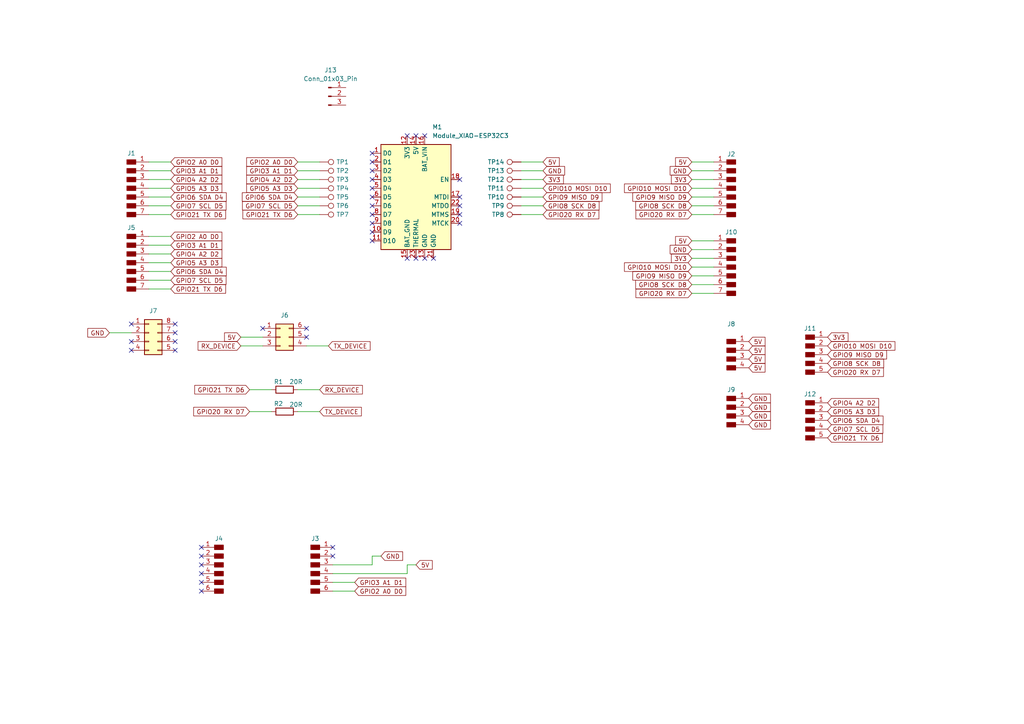
<source format=kicad_sch>
(kicad_sch (version 20231120) (generator "eeschema") (generator_version "8.0")
  (paper "A4")
  (lib_symbols
    (symbol "Connector:Conn_01x03_Pin" (pin_names (offset 1.016) hide)
      (property "Reference" "J" (at 0 5.08 0))
      (property "Value" "Conn_01x03_Pin" (at 0 -5.08 0))
      (symbol "Conn_01x03_Pin_1_1"
        (polyline (pts (xy 1.27 -2.54) (xy 0.8636 -2.54)) (stroke (width 0.1524)))
        (polyline (pts (xy 1.27 0) (xy 0.8636 0)) (stroke (width 0.1524)))
        (polyline (pts (xy 1.27 2.54) (xy 0.8636 2.54)) (stroke (width 0.1524)))
        (rectangle (start 0.8636 -2.413) (end 0 -2.667) (stroke (width 0.1524)) (fill (type outline)))
        (rectangle (start 0.8636 0.127) (end 0 -0.127) (stroke (width 0.1524)) (fill (type outline)))
        (rectangle (start 0.8636 2.667) (end 0 2.413) (stroke (width 0.1524)) (fill (type outline)))
        (pin passive line (at 5.08 2.54 180) (length 3.81) (name "Pin_1") (number "1"))
        (pin passive line (at 5.08 0 180) (length 3.81) (name "Pin_2") (number "2"))
        (pin passive line (at 5.08 -2.54 180) (length 3.81) (name "Pin_3") (number "3"))
      )
    )
    (symbol "Connector:TestPoint" (pin_numbers hide) (pin_names (offset 0.762) hide)
      (property "Reference" "TP" (at 0 6.858 0))
      (property "Value" "TestPoint" (at 0 5.08 0))
      (symbol "TestPoint_0_1"
        (circle (center 0 3.302) (radius 0.762))
      )
      (symbol "TestPoint_1_1"
        (pin passive line (at 0 0 90) (length 2.54) (name "1") (number "1"))
      )
    )
    (symbol "Connector_Generic:Conn_02x03_Counter_Clockwise" (pin_names (offset 1.016) hide)
      (property "Reference" "J" (at 1.27 5.08 0))
      (property "Value" "Conn_02x03_Counter_Clockwise" (at 1.27 -5.08 0))
      (symbol "Conn_02x03_Counter_Clockwise_1_1"
        (rectangle (start -1.27 -2.413) (end 0 -2.667) (stroke (width 0.1524)))
        (rectangle (start -1.27 0.127) (end 0 -0.127) (stroke (width 0.1524)))
        (rectangle (start -1.27 2.667) (end 0 2.413) (stroke (width 0.1524)))
        (rectangle (start -1.27 3.81) (end 3.81 -3.81) (stroke (width 0.254)) (fill (type background)))
        (rectangle (start 3.81 -2.413) (end 2.54 -2.667) (stroke (width 0.1524)))
        (rectangle (start 3.81 0.127) (end 2.54 -0.127) (stroke (width 0.1524)))
        (rectangle (start 3.81 2.667) (end 2.54 2.413) (stroke (width 0.1524)))
        (pin passive line (at -5.08 2.54 0) (length 3.81) (name "Pin_1") (number "1"))
        (pin passive line (at -5.08 0 0) (length 3.81) (name "Pin_2") (number "2"))
        (pin passive line (at -5.08 -2.54 0) (length 3.81) (name "Pin_3") (number "3"))
        (pin passive line (at 7.62 -2.54 180) (length 3.81) (name "Pin_4") (number "4"))
        (pin passive line (at 7.62 0 180) (length 3.81) (name "Pin_5") (number "5"))
        (pin passive line (at 7.62 2.54 180) (length 3.81) (name "Pin_6") (number "6"))
      )
    )
    (symbol "Connector_Generic:Conn_02x04_Counter_Clockwise" (pin_names (offset 1.016) hide)
      (property "Reference" "J" (at 1.27 5.08 0))
      (property "Value" "Conn_02x04_Counter_Clockwise" (at 1.27 -7.62 0))
      (symbol "Conn_02x04_Counter_Clockwise_1_1"
        (rectangle (start -1.27 -4.953) (end 0 -5.207) (stroke (width 0.1524)))
        (rectangle (start -1.27 -2.413) (end 0 -2.667) (stroke (width 0.1524)))
        (rectangle (start -1.27 0.127) (end 0 -0.127) (stroke (width 0.1524)))
        (rectangle (start -1.27 2.667) (end 0 2.413) (stroke (width 0.1524)))
        (rectangle (start -1.27 3.81) (end 3.81 -6.35) (stroke (width 0.254)) (fill (type background)))
        (rectangle (start 3.81 -4.953) (end 2.54 -5.207) (stroke (width 0.1524)))
        (rectangle (start 3.81 -2.413) (end 2.54 -2.667) (stroke (width 0.1524)))
        (rectangle (start 3.81 0.127) (end 2.54 -0.127) (stroke (width 0.1524)))
        (rectangle (start 3.81 2.667) (end 2.54 2.413) (stroke (width 0.1524)))
        (pin passive line (at -5.08 2.54 0) (length 3.81) (name "Pin_1") (number "1"))
        (pin passive line (at -5.08 0 0) (length 3.81) (name "Pin_2") (number "2"))
        (pin passive line (at -5.08 -2.54 0) (length 3.81) (name "Pin_3") (number "3"))
        (pin passive line (at -5.08 -5.08 0) (length 3.81) (name "Pin_4") (number "4"))
        (pin passive line (at 7.62 -5.08 180) (length 3.81) (name "Pin_5") (number "5"))
        (pin passive line (at 7.62 -2.54 180) (length 3.81) (name "Pin_6") (number "6"))
        (pin passive line (at 7.62 0 180) (length 3.81) (name "Pin_7") (number "7"))
        (pin passive line (at 7.62 2.54 180) (length 3.81) (name "Pin_8") (number "8"))
      )
    )
    (symbol "Device:R" (pin_numbers hide) (pin_names (offset 0))
      (property "Reference" "R" (at 2.032 0 90))
      (property "Value" "R" (at 0 0 90))
      (symbol "R_0_1"
        (rectangle (start -1.016 -2.54) (end 1.016 2.54) (stroke (width 0.254)))
      )
      (symbol "R_1_1"
        (pin passive line (at 0 3.81 270) (length 1.27) (name "~") (number "1"))
        (pin passive line (at 0 -3.81 90) (length 1.27) (name "~") (number "2"))
      )
    )
    (symbol "fab:Conn_PinHeader_1x04_P2.54mm_Vertical_THT_D1.4mm" (pin_names hide)
      (property "Reference" "J" (at 0 5.08 0))
      (property "Value" "Conn_PinHeader_1x04_P2.54mm_Vertical_THT_D1.4mm" (at 0 -7.62 0))
      (symbol "Conn_PinHeader_1x04_P2.54mm_Vertical_THT_D1.4mm_1_1"
        (rectangle (start -1.27 -4.445) (end 1.27 -5.715) (stroke (width 0.254)) (fill (type outline)))
        (rectangle (start -1.27 -1.905) (end 1.27 -3.175) (stroke (width 0.254)) (fill (type outline)))
        (rectangle (start -1.27 0.635) (end 1.27 -0.635) (stroke (width 0.254)) (fill (type outline)))
        (rectangle (start -1.27 3.175) (end 1.27 1.905) (stroke (width 0.254)) (fill (type outline)))
        (pin passive line (at 5.08 2.54 180) (length 3.81) (name "Pin_1") (number "1"))
        (pin passive line (at 5.08 0 180) (length 3.81) (name "Pin_2") (number "2"))
        (pin passive line (at 5.08 -2.54 180) (length 3.81) (name "Pin_3") (number "3"))
        (pin passive line (at 5.08 -5.08 180) (length 3.81) (name "Pin_4") (number "4"))
      )
    )
    (symbol "fab:Conn_PinHeader_1x05_P2.54mm_Vertical_THT_D1.4mm" (pin_names hide)
      (property "Reference" "J" (at 0 7.62 0))
      (property "Value" "Conn_PinHeader_1x05_P2.54mm_Vertical_THT_D1.4mm" (at 0 -7.62 0))
      (symbol "Conn_PinHeader_1x05_P2.54mm_Vertical_THT_D1.4mm_1_1"
        (rectangle (start -1.27 -4.445) (end 1.27 -5.715) (stroke (width 0.254)) (fill (type outline)))
        (rectangle (start -1.27 -1.905) (end 1.27 -3.175) (stroke (width 0.254)) (fill (type outline)))
        (rectangle (start -1.27 0.635) (end 1.27 -0.635) (stroke (width 0.254)) (fill (type outline)))
        (rectangle (start -1.27 3.175) (end 1.27 1.905) (stroke (width 0.254)) (fill (type outline)))
        (rectangle (start -1.27 5.715) (end 1.27 4.445) (stroke (width 0.254)) (fill (type outline)))
        (pin passive line (at 5.08 5.08 180) (length 3.81) (name "Pin_1") (number "1"))
        (pin passive line (at 5.08 2.54 180) (length 3.81) (name "Pin_2") (number "2"))
        (pin passive line (at 5.08 0 180) (length 3.81) (name "Pin_3") (number "3"))
        (pin passive line (at 5.08 -2.54 180) (length 3.81) (name "Pin_4") (number "4"))
        (pin passive line (at 5.08 -5.08 180) (length 3.81) (name "Pin_5") (number "5"))
      )
    )
    (symbol "fab:Conn_PinHeader_1x06_P2.54mm_Vertical_THT_D1.4mm" (pin_names hide)
      (property "Reference" "J" (at 0 7.62 0))
      (property "Value" "Conn_PinHeader_1x06_P2.54mm_Vertical_THT_D1.4mm" (at 0 -10.16 0))
      (symbol "Conn_PinHeader_1x06_P2.54mm_Vertical_THT_D1.4mm_1_1"
        (rectangle (start -1.27 -6.985) (end 1.27 -8.255) (stroke (width 0.254)) (fill (type outline)))
        (rectangle (start -1.27 -4.445) (end 1.27 -5.715) (stroke (width 0.254)) (fill (type outline)))
        (rectangle (start -1.27 -1.905) (end 1.27 -3.175) (stroke (width 0.254)) (fill (type outline)))
        (rectangle (start -1.27 0.635) (end 1.27 -0.635) (stroke (width 0.254)) (fill (type outline)))
        (rectangle (start -1.27 3.175) (end 1.27 1.905) (stroke (width 0.254)) (fill (type outline)))
        (rectangle (start -1.27 5.715) (end 1.27 4.445) (stroke (width 0.254)) (fill (type outline)))
        (pin passive line (at 5.08 5.08 180) (length 3.81) (name "Pin_1") (number "1"))
        (pin passive line (at 5.08 2.54 180) (length 3.81) (name "Pin_2") (number "2"))
        (pin passive line (at 5.08 0 180) (length 3.81) (name "Pin_3") (number "3"))
        (pin passive line (at 5.08 -2.54 180) (length 3.81) (name "Pin_4") (number "4"))
        (pin passive line (at 5.08 -5.08 180) (length 3.81) (name "Pin_5") (number "5"))
        (pin passive line (at 5.08 -7.62 180) (length 3.81) (name "Pin_6") (number "6"))
      )
    )
    (symbol "fab:Conn_PinHeader_1x07_P2.54mm_Vertical_THT_D1.4mm" (pin_names hide)
      (property "Reference" "J" (at 0 10.16 0))
      (property "Value" "Conn_PinHeader_1x07_P2.54mm_Vertical_THT_D1.4mm" (at 0 -10.16 0))
      (symbol "Conn_PinHeader_1x07_P2.54mm_Vertical_THT_D1.4mm_1_1"
        (rectangle (start -1.27 -6.985) (end 1.27 -8.255) (stroke (width 0.254)) (fill (type outline)))
        (rectangle (start -1.27 -4.445) (end 1.27 -5.715) (stroke (width 0.254)) (fill (type outline)))
        (rectangle (start -1.27 -1.905) (end 1.27 -3.175) (stroke (width 0.254)) (fill (type outline)))
        (rectangle (start -1.27 0.635) (end 1.27 -0.635) (stroke (width 0.254)) (fill (type outline)))
        (rectangle (start -1.27 3.175) (end 1.27 1.905) (stroke (width 0.254)) (fill (type outline)))
        (rectangle (start -1.27 5.715) (end 1.27 4.445) (stroke (width 0.254)) (fill (type outline)))
        (rectangle (start -1.27 8.255) (end 1.27 6.985) (stroke (width 0.254)) (fill (type outline)))
        (pin passive line (at 5.08 7.62 180) (length 3.81) (name "Pin_1") (number "1"))
        (pin passive line (at 5.08 5.08 180) (length 3.81) (name "Pin_2") (number "2"))
        (pin passive line (at 5.08 2.54 180) (length 3.81) (name "Pin_3") (number "3"))
        (pin passive line (at 5.08 0 180) (length 3.81) (name "Pin_4") (number "4"))
        (pin passive line (at 5.08 -2.54 180) (length 3.81) (name "Pin_5") (number "5"))
        (pin passive line (at 5.08 -5.08 180) (length 3.81) (name "Pin_6") (number "6"))
        (pin passive line (at 5.08 -7.62 180) (length 3.81) (name "Pin_7") (number "7"))
      )
    )
    (symbol "fab:Module_XIAO-ESP32C3"
      (property "Reference" "M" (at -10.16 16.51 0))
      (property "Value" "Module_XIAO-ESP32C3" (at 3.81 16.51 0))
      (symbol "Module_XIAO-ESP32C3_1_1"
        (rectangle (start -10.16 15.24) (end 10.16 -15.24) (stroke (width 0.254)) (fill (type background)))
        (pin bidirectional line (at -12.7 12.7 0) (length 2.54) (name "D0") (number "1"))
        (pin bidirectional line (at -12.7 -10.16 0) (length 2.54) (name "D9") (number "10"))
        (pin bidirectional line (at -12.7 -12.7 0) (length 2.54) (name "D10") (number "11"))
        (pin power_in line (at -2.54 17.78 270) (length 2.54) (name "3V3") (number "12"))
        (pin power_in line (at 2.54 -17.78 90) (length 2.54) (name "GND") (number "13"))
        (pin power_in line (at 0 17.78 270) (length 2.54) (name "5V") (number "14"))
        (pin power_in line (at -2.54 -17.78 90) (length 2.54) (name "BAT_GND") (number "15"))
        (pin power_in line (at 2.54 17.78 270) (length 2.54) (name "BAT_VIN") (number "16"))
        (pin input line (at 12.7 0 180) (length 2.54) (name "MTDI") (number "17"))
        (pin input line (at 12.7 5.08 180) (length 2.54) (name "EN") (number "18"))
        (pin input line (at 12.7 -5.08 180) (length 2.54) (name "MTMS") (number "19"))
        (pin bidirectional line (at -12.7 10.16 0) (length 2.54) (name "D1") (number "2"))
        (pin input line (at 12.7 -7.62 180) (length 2.54) (name "MTCK") (number "20"))
        (pin power_in line (at 5.08 -17.78 90) (length 2.54) (name "GND") (number "21"))
        (pin output line (at 12.7 -2.54 180) (length 2.54) (name "MTDO") (number "22"))
        (pin power_in line (at 0 -17.78 90) (length 2.54) (name "THERMAL") (number "23"))
        (pin bidirectional line (at -12.7 7.62 0) (length 2.54) (name "D2") (number "3"))
        (pin bidirectional line (at -12.7 5.08 0) (length 2.54) (name "D3") (number "4"))
        (pin bidirectional line (at -12.7 2.54 0) (length 2.54) (name "D4") (number "5"))
        (pin bidirectional line (at -12.7 0 0) (length 2.54) (name "D5") (number "6"))
        (pin bidirectional line (at -12.7 -2.54 0) (length 2.54) (name "D6") (number "7"))
        (pin bidirectional line (at -12.7 -5.08 0) (length 2.54) (name "D7") (number "8"))
        (pin bidirectional line (at -12.7 -7.62 0) (length 2.54) (name "D8") (number "9"))
      )
    )
  )
  (no_connect (at 38.1 93.98))
  (no_connect (at 50.8 101.6))
  (no_connect (at 96.52 161.29))
  (no_connect (at 107.95 44.45))
  (no_connect (at 107.95 54.61))
  (no_connect (at 133.35 57.15))
  (no_connect (at 118.11 39.37))
  (no_connect (at 133.35 59.69))
  (no_connect (at 125.73 74.93))
  (no_connect (at 58.42 168.91))
  (no_connect (at 38.1 101.6))
  (no_connect (at 133.35 62.23))
  (no_connect (at 50.8 99.06))
  (no_connect (at 58.42 161.29))
  (no_connect (at 107.95 57.15))
  (no_connect (at 118.11 74.93))
  (no_connect (at 107.95 62.23))
  (no_connect (at 123.19 74.93))
  (no_connect (at 96.52 158.75))
  (no_connect (at 120.65 39.37))
  (no_connect (at 58.42 158.75))
  (no_connect (at 58.42 166.37))
  (no_connect (at 133.35 64.77))
  (no_connect (at 107.95 64.77))
  (no_connect (at 107.95 69.85))
  (no_connect (at 133.35 52.07))
  (no_connect (at 107.95 59.69))
  (no_connect (at 107.95 67.31))
  (no_connect (at 107.95 49.53))
  (no_connect (at 107.95 46.99))
  (no_connect (at 58.42 171.45))
  (no_connect (at 38.1 99.06))
  (no_connect (at 88.9 97.79))
  (no_connect (at 76.2 95.25))
  (no_connect (at 88.9 95.25))
  (no_connect (at 123.19 39.37))
  (no_connect (at 50.8 96.52))
  (no_connect (at 120.65 74.93))
  (no_connect (at 50.8 93.98))
  (no_connect (at 107.95 52.07))
  (no_connect (at 58.42 163.83))
  (wire (pts (xy 86.36 59.69) (xy 92.71 59.69)))
  (wire (pts (xy 43.18 57.15) (xy 49.53 57.15)))
  (wire (pts (xy 118.11 163.83) (xy 118.11 166.37)))
  (wire (pts (xy 43.18 59.69) (xy 49.53 59.69)))
  (wire (pts (xy 157.48 57.15) (xy 151.13 57.15)))
  (wire (pts (xy 200.66 69.85) (xy 207.01 69.85)))
  (wire (pts (xy 43.18 76.2) (xy 49.53 76.2)))
  (wire (pts (xy 43.18 52.07) (xy 49.53 52.07)))
  (wire (pts (xy 200.66 62.23) (xy 207.01 62.23)))
  (wire (pts (xy 43.18 54.61) (xy 49.53 54.61)))
  (wire (pts (xy 43.18 62.23) (xy 49.53 62.23)))
  (wire (pts (xy 43.18 49.53) (xy 49.53 49.53)))
  (wire (pts (xy 200.66 74.93) (xy 207.01 74.93)))
  (wire (pts (xy 120.65 163.83) (xy 118.11 163.83)))
  (wire (pts (xy 110.49 161.29) (xy 107.95 161.29)))
  (wire (pts (xy 86.36 119.38) (xy 92.71 119.38)))
  (wire (pts (xy 86.36 49.53) (xy 92.71 49.53)))
  (wire (pts (xy 200.66 77.47) (xy 207.01 77.47)))
  (wire (pts (xy 86.36 57.15) (xy 92.71 57.15)))
  (wire (pts (xy 96.52 171.45) (xy 102.87 171.45)))
  (wire (pts (xy 43.18 83.82) (xy 49.53 83.82)))
  (wire (pts (xy 43.18 73.66) (xy 49.53 73.66)))
  (wire (pts (xy 43.18 81.28) (xy 49.53 81.28)))
  (wire (pts (xy 157.48 59.69) (xy 151.13 59.69)))
  (wire (pts (xy 86.36 52.07) (xy 92.71 52.07)))
  (wire (pts (xy 157.48 46.99) (xy 151.13 46.99)))
  (wire (pts (xy 69.85 97.79) (xy 76.2 97.79)))
  (wire (pts (xy 107.95 161.29) (xy 107.95 163.83)))
  (wire (pts (xy 96.52 168.91) (xy 102.87 168.91)))
  (wire (pts (xy 200.66 85.09) (xy 207.01 85.09)))
  (wire (pts (xy 86.36 54.61) (xy 92.71 54.61)))
  (wire (pts (xy 200.66 46.99) (xy 207.01 46.99)))
  (wire (pts (xy 31.75 96.52) (xy 38.1 96.52)))
  (wire (pts (xy 200.66 52.07) (xy 207.01 52.07)))
  (wire (pts (xy 72.39 113.03) (xy 78.74 113.03)))
  (wire (pts (xy 157.48 54.61) (xy 151.13 54.61)))
  (wire (pts (xy 200.66 72.39) (xy 207.01 72.39)))
  (wire (pts (xy 72.39 119.38) (xy 78.74 119.38)))
  (wire (pts (xy 118.11 166.37) (xy 96.52 166.37)))
  (wire (pts (xy 200.66 82.55) (xy 207.01 82.55)))
  (wire (pts (xy 200.66 57.15) (xy 207.01 57.15)))
  (wire (pts (xy 86.36 62.23) (xy 92.71 62.23)))
  (wire (pts (xy 200.66 59.69) (xy 207.01 59.69)))
  (wire (pts (xy 43.18 78.74) (xy 49.53 78.74)))
  (wire (pts (xy 157.48 62.23) (xy 151.13 62.23)))
  (wire (pts (xy 86.36 46.99) (xy 92.71 46.99)))
  (wire (pts (xy 200.66 54.61) (xy 207.01 54.61)))
  (wire (pts (xy 69.85 100.33) (xy 76.2 100.33)))
  (wire (pts (xy 88.9 100.33) (xy 95.25 100.33)))
  (wire (pts (xy 86.36 113.03) (xy 92.71 113.03)))
  (wire (pts (xy 43.18 68.58) (xy 49.53 68.58)))
  (wire (pts (xy 43.18 46.99) (xy 49.53 46.99)))
  (wire (pts (xy 200.66 49.53) (xy 207.01 49.53)))
  (wire (pts (xy 96.52 163.83) (xy 107.95 163.83)))
  (wire (pts (xy 157.48 49.53) (xy 151.13 49.53)))
  (wire (pts (xy 157.48 52.07) (xy 151.13 52.07)))
  (wire (pts (xy 200.66 80.01) (xy 207.01 80.01)))
  (wire (pts (xy 43.18 71.12) (xy 49.53 71.12)))
  (global_label "GND" (shape input) (at 217.17 123.19 0) (property "Intersheetrefs" "${INTERSHEET_REFS}" (effects (hide yes))))
  (global_label "GPIO21 TX D6" (shape input) (at 72.39 113.03 180) (property "Intersheetrefs" "${INTERSHEET_REFS}" (effects (hide yes))))
  (global_label "GPIO9 MISO D9" (shape input) (at 157.48 57.15 0) (property "Intersheetrefs" "${INTERSHEET_REFS}" (effects (hide yes))))
  (global_label "GPIO5 A3 D3" (shape input) (at 86.36 54.61 180) (property "Intersheetrefs" "${INTERSHEET_REFS}" (effects (hide yes))))
  (global_label "RX_DEVICE" (shape input) (at 69.85 100.33 180) (property "Intersheetrefs" "${INTERSHEET_REFS}" (effects (hide yes))))
  (global_label "TX_DEVICE" (shape input) (at 92.71 119.38 0) (property "Intersheetrefs" "${INTERSHEET_REFS}" (effects (hide yes))))
  (global_label "GPIO4 A2 D2" (shape input) (at 240.03 116.84 0) (property "Intersheetrefs" "${INTERSHEET_REFS}" (effects (hide yes))))
  (global_label "5V" (shape input) (at 217.17 104.14 0) (property "Intersheetrefs" "${INTERSHEET_REFS}" (effects (hide yes))))
  (global_label "GPIO5 A3 D3" (shape input) (at 49.53 54.61 0) (property "Intersheetrefs" "${INTERSHEET_REFS}" (effects (hide yes))))
  (global_label "GPIO21 TX D6" (shape input) (at 240.03 127 0) (property "Intersheetrefs" "${INTERSHEET_REFS}" (effects (hide yes))))
  (global_label "GPIO2 A0 D0" (shape input) (at 49.53 68.58 0) (property "Intersheetrefs" "${INTERSHEET_REFS}" (effects (hide yes))))
  (global_label "GPIO9 MISO D9" (shape input) (at 240.03 102.87 0) (property "Intersheetrefs" "${INTERSHEET_REFS}" (effects (hide yes))))
  (global_label "GPIO7 SCL D5" (shape input) (at 86.36 59.69 180) (property "Intersheetrefs" "${INTERSHEET_REFS}" (effects (hide yes))))
  (global_label "GND" (shape input) (at 110.49 161.29 0) (property "Intersheetrefs" "${INTERSHEET_REFS}" (effects (hide yes))))
  (global_label "GPIO8 SCK D8" (shape input) (at 200.66 82.55 180) (property "Intersheetrefs" "${INTERSHEET_REFS}" (effects (hide yes))))
  (global_label "GND" (shape input) (at 31.75 96.52 180) (property "Intersheetrefs" "${INTERSHEET_REFS}" (effects (hide yes))))
  (global_label "5V" (shape input) (at 200.66 69.85 180) (property "Intersheetrefs" "${INTERSHEET_REFS}" (effects (hide yes))))
  (global_label "GPIO20 RX D7" (shape input) (at 72.39 119.38 180) (property "Intersheetrefs" "${INTERSHEET_REFS}" (effects (hide yes))))
  (global_label "GPIO8 SCK D8" (shape input) (at 200.66 59.69 180) (property "Intersheetrefs" "${INTERSHEET_REFS}" (effects (hide yes))))
  (global_label "GPIO21 TX D6" (shape input) (at 49.53 62.23 0) (property "Intersheetrefs" "${INTERSHEET_REFS}" (effects (hide yes))))
  (global_label "GND" (shape input) (at 157.48 49.53 0) (property "Intersheetrefs" "${INTERSHEET_REFS}" (effects (hide yes))))
  (global_label "3V3" (shape input) (at 240.03 97.79 0) (property "Intersheetrefs" "${INTERSHEET_REFS}" (effects (hide yes))))
  (global_label "GPIO3 A1 D1" (shape input) (at 49.53 71.12 0) (property "Intersheetrefs" "${INTERSHEET_REFS}" (effects (hide yes))))
  (global_label "GPIO2 A0 D0" (shape input) (at 102.87 171.45 0) (property "Intersheetrefs" "${INTERSHEET_REFS}" (effects (hide yes))))
  (global_label "GND" (shape input) (at 217.17 120.65 0) (property "Intersheetrefs" "${INTERSHEET_REFS}" (effects (hide yes))))
  (global_label "RX_DEVICE" (shape input) (at 92.71 113.03 0) (property "Intersheetrefs" "${INTERSHEET_REFS}" (effects (hide yes))))
  (global_label "GPIO2 A0 D0" (shape input) (at 86.36 46.99 180) (property "Intersheetrefs" "${INTERSHEET_REFS}" (effects (hide yes))))
  (global_label "GPIO6 SDA D4" (shape input) (at 49.53 78.74 0) (property "Intersheetrefs" "${INTERSHEET_REFS}" (effects (hide yes))))
  (global_label "5V" (shape input) (at 157.48 46.99 0) (property "Intersheetrefs" "${INTERSHEET_REFS}" (effects (hide yes))))
  (global_label "GPIO4 A2 D2" (shape input) (at 49.53 52.07 0) (property "Intersheetrefs" "${INTERSHEET_REFS}" (effects (hide yes))))
  (global_label "GPIO6 SDA D4" (shape input) (at 49.53 57.15 0) (property "Intersheetrefs" "${INTERSHEET_REFS}" (effects (hide yes))))
  (global_label "GPIO3 A1 D1" (shape input) (at 49.53 49.53 0) (property "Intersheetrefs" "${INTERSHEET_REFS}" (effects (hide yes))))
  (global_label "GPIO9 MISO D9" (shape input) (at 200.66 80.01 180) (property "Intersheetrefs" "${INTERSHEET_REFS}" (effects (hide yes))))
  (global_label "3V3" (shape input) (at 200.66 74.93 180) (property "Intersheetrefs" "${INTERSHEET_REFS}" (effects (hide yes))))
  (global_label "GPIO6 SDA D4" (shape input) (at 240.03 121.92 0) (property "Intersheetrefs" "${INTERSHEET_REFS}" (effects (hide yes))))
  (global_label "GND" (shape input) (at 200.66 72.39 180) (property "Intersheetrefs" "${INTERSHEET_REFS}" (effects (hide yes))))
  (global_label "5V" (shape input) (at 217.17 106.68 0) (property "Intersheetrefs" "${INTERSHEET_REFS}" (effects (hide yes))))
  (global_label "5V" (shape input) (at 69.85 97.79 180) (property "Intersheetrefs" "${INTERSHEET_REFS}" (effects (hide yes))))
  (global_label "GPIO5 A3 D3" (shape input) (at 240.03 119.38 0) (property "Intersheetrefs" "${INTERSHEET_REFS}" (effects (hide yes))))
  (global_label "GPIO9 MISO D9" (shape input) (at 200.66 57.15 180) (property "Intersheetrefs" "${INTERSHEET_REFS}" (effects (hide yes))))
  (global_label "GPIO10 MOSI D10" (shape input) (at 157.48 54.61 0) (property "Intersheetrefs" "${INTERSHEET_REFS}" (effects (hide yes))))
  (global_label "GPIO8 SCK D8" (shape input) (at 240.03 105.41 0) (property "Intersheetrefs" "${INTERSHEET_REFS}" (effects (hide yes))))
  (global_label "GPIO4 A2 D2" (shape input) (at 49.53 73.66 0) (property "Intersheetrefs" "${INTERSHEET_REFS}" (effects (hide yes))))
  (global_label "3V3" (shape input) (at 157.48 52.07 0) (property "Intersheetrefs" "${INTERSHEET_REFS}" (effects (hide yes))))
  (global_label "GND" (shape input) (at 217.17 115.57 0) (property "Intersheetrefs" "${INTERSHEET_REFS}" (effects (hide yes))))
  (global_label "GPIO7 SCL D5" (shape input) (at 49.53 59.69 0) (property "Intersheetrefs" "${INTERSHEET_REFS}" (effects (hide yes))))
  (global_label "GPIO20 RX D7" (shape input) (at 240.03 107.95 0) (property "Intersheetrefs" "${INTERSHEET_REFS}" (effects (hide yes))))
  (global_label "GPIO8 SCK D8" (shape input) (at 157.48 59.69 0) (property "Intersheetrefs" "${INTERSHEET_REFS}" (effects (hide yes))))
  (global_label "GND" (shape input) (at 200.66 49.53 180) (property "Intersheetrefs" "${INTERSHEET_REFS}" (effects (hide yes))))
  (global_label "GPIO2 A0 D0" (shape input) (at 49.53 46.99 0) (property "Intersheetrefs" "${INTERSHEET_REFS}" (effects (hide yes))))
  (global_label "5V" (shape input) (at 217.17 101.6 0) (property "Intersheetrefs" "${INTERSHEET_REFS}" (effects (hide yes))))
  (global_label "3V3" (shape input) (at 200.66 52.07 180) (property "Intersheetrefs" "${INTERSHEET_REFS}" (effects (hide yes))))
  (global_label "GPIO20 RX D7" (shape input) (at 200.66 62.23 180) (property "Intersheetrefs" "${INTERSHEET_REFS}" (effects (hide yes))))
  (global_label "GPIO6 SDA D4" (shape input) (at 86.36 57.15 180) (property "Intersheetrefs" "${INTERSHEET_REFS}" (effects (hide yes))))
  (global_label "GPIO7 SCL D5" (shape input) (at 49.53 81.28 0) (property "Intersheetrefs" "${INTERSHEET_REFS}" (effects (hide yes))))
  (global_label "GPIO3 A1 D1" (shape input) (at 102.87 168.91 0) (property "Intersheetrefs" "${INTERSHEET_REFS}" (effects (hide yes))))
  (global_label "GPIO20 RX D7" (shape input) (at 157.48 62.23 0) (property "Intersheetrefs" "${INTERSHEET_REFS}" (effects (hide yes))))
  (global_label "GPIO7 SCL D5" (shape input) (at 240.03 124.46 0) (property "Intersheetrefs" "${INTERSHEET_REFS}" (effects (hide yes))))
  (global_label "5V" (shape input) (at 217.17 99.06 0) (property "Intersheetrefs" "${INTERSHEET_REFS}" (effects (hide yes))))
  (global_label "GND" (shape input) (at 217.17 118.11 0) (property "Intersheetrefs" "${INTERSHEET_REFS}" (effects (hide yes))))
  (global_label "5V" (shape input) (at 120.65 163.83 0) (property "Intersheetrefs" "${INTERSHEET_REFS}" (effects (hide yes))))
  (global_label "GPIO21 TX D6" (shape input) (at 49.53 83.82 0) (property "Intersheetrefs" "${INTERSHEET_REFS}" (effects (hide yes))))
  (global_label "GPIO4 A2 D2" (shape input) (at 86.36 52.07 180) (property "Intersheetrefs" "${INTERSHEET_REFS}" (effects (hide yes))))
  (global_label "GPIO5 A3 D3" (shape input) (at 49.53 76.2 0) (property "Intersheetrefs" "${INTERSHEET_REFS}" (effects (hide yes))))
  (global_label "TX_DEVICE" (shape input) (at 95.25 100.33 0) (property "Intersheetrefs" "${INTERSHEET_REFS}" (effects (hide yes))))
  (global_label "GPIO20 RX D7" (shape input) (at 200.66 85.09 180) (property "Intersheetrefs" "${INTERSHEET_REFS}" (effects (hide yes))))
  (global_label "GPIO21 TX D6" (shape input) (at 86.36 62.23 180) (property "Intersheetrefs" "${INTERSHEET_REFS}" (effects (hide yes))))
  (global_label "GPIO3 A1 D1" (shape input) (at 86.36 49.53 180) (property "Intersheetrefs" "${INTERSHEET_REFS}" (effects (hide yes))))
  (global_label "GPIO10 MOSI D10" (shape input) (at 200.66 54.61 180) (property "Intersheetrefs" "${INTERSHEET_REFS}" (effects (hide yes))))
  (global_label "GPIO10 MOSI D10" (shape input) (at 200.66 77.47 180) (property "Intersheetrefs" "${INTERSHEET_REFS}" (effects (hide yes))))
  (global_label "5V" (shape input) (at 200.66 46.99 180) (property "Intersheetrefs" "${INTERSHEET_REFS}" (effects (hide yes))))
  (global_label "GPIO10 MOSI D10" (shape input) (at 240.03 100.33 0) (property "Intersheetrefs" "${INTERSHEET_REFS}" (effects (hide yes))))
  (symbol (lib_id "fab:Conn_PinHeader_1x04_P2.54mm_Vertical_THT_D1.4mm") (at 212.09 101.6 0) (unit 1)
    (property "Reference" "J8" (at 212.09 93.98 0))
    (property "Value" "Conn_PinHeader_1x04_P2.54mm_Vertical_THT_D1.4mm" (effects (hide yes)))
    (property "Footprint" "fab:PinHeader_1x04_P2.54mm_Vertical_THT_D1.4mm" (effects (hide yes)))
    (property "Description" "Male connector, single row" (effects (hide yes)))
  )
  (symbol (lib_id "Connector:TestPoint") (at 92.71 62.23 270) (unit 1)
    (property "Reference" "TP7" (at 97.536 62.2299 90) (effects (justify left)))
    (property "Value" "TestPoint" (effects (hide yes)))
    (property "Footprint" "TestPoint:TestPoint_Pad_1.0x1.0mm" (effects (hide yes)))
    (property "Description" "test point" (effects (hide yes)))
  )
  (symbol (lib_id "Connector_Generic:Conn_02x03_Counter_Clockwise") (at 81.28 97.79 0) (unit 1)
    (property "Reference" "J6" (at 82.55 91.44 0))
    (property "Value" "Conn_02x03_Counter_Clockwise" (effects (hide yes)))
    (property "Footprint" "Connector_PinHeader_2.00mm:PinHeader_2x03_P2.00mm_Vertical_SMD" (effects (hide yes)))
    (property "Description" "Generic connector, double row, 02x03, counter clockwise pin numbering scheme (similar to DIP package numbering), script generated (kicad-library-utils/schlib/autogen/connector/)" (effects (hide yes)))
  )
  (symbol (lib_id "fab:Conn_PinHeader_1x07_P2.54mm_Vertical_THT_D1.4mm") (at 38.1 76.2 0) (unit 1)
    (property "Reference" "J5" (at 38.1 66.04 0))
    (property "Value" "Conn_PinHeader_1x07_P2.54mm_Vertical_THT_D1.4mm" (effects (hide yes)))
    (property "Footprint" "fab:PinHeader_1x07_P2.54mm_Vertical_THT_D1.4mm" (effects (hide yes)))
    (property "Datasheet" "https://media.digikey.com/PDF/Data%20Sheets/Sullins%20PDFs/xRxCzzzSxxN-RC_ST_11635-B.pdf" (effects (hide yes)))
  )
  (symbol (lib_id "fab:Conn_PinHeader_1x07_P2.54mm_Vertical_THT_D1.4mm") (at 38.1 54.61 0) (unit 1)
    (property "Reference" "J1" (at 38.1 44.45 0))
    (property "Value" "Conn_PinHeader_1x07_P2.54mm_Vertical_THT_D1.4mm" (effects (hide yes)))
    (property "Footprint" "fab:PinHeader_1x07_P2.54mm_Vertical_THT_D1.4mm" (effects (hide yes)))
    (property "Datasheet" "https://media.digikey.com/PDF/Data%20Sheets/Sullins%20PDFs/xRxCzzzSxxN-RC_ST_11635-B.pdf" (effects (hide yes)))
  )
  (symbol (lib_id "fab:Conn_PinHeader_1x05_P2.54mm_Vertical_THT_D1.4mm") (at 234.95 102.87 0) (unit 1)
    (property "Reference" "J11" (at 234.95 95.25 0))
    (property "Value" "Conn_PinHeader_1x05_P2.54mm_Vertical_THT_D1.4mm" (effects (hide yes)))
    (property "Footprint" "fab:PinHeader_1x05_P2.54mm_Vertical_THT_D1.4mm" (effects (hide yes)))
    (property "Description" "Pin header" (effects (hide yes)))
  )
  (symbol (lib_id "fab:Conn_PinHeader_1x05_P2.54mm_Vertical_THT_D1.4mm") (at 234.95 121.92 0) (unit 1)
    (property "Reference" "J12" (at 234.95 114.3 0))
    (property "Value" "Conn_PinHeader_1x05_P2.54mm_Vertical_THT_D1.4mm" (effects (hide yes)))
    (property "Footprint" "fab:PinHeader_1x05_P2.54mm_Vertical_THT_D1.4mm" (effects (hide yes)))
    (property "Description" "Pin header" (effects (hide yes)))
  )
  (symbol (lib_id "Connector:TestPoint") (at 92.71 54.61 270) (unit 1)
    (property "Reference" "TP4" (at 97.536 54.6099 90) (effects (justify left)))
    (property "Value" "TestPoint" (effects (hide yes)))
    (property "Footprint" "TestPoint:TestPoint_Pad_1.0x1.0mm" (effects (hide yes)))
    (property "Description" "test point" (effects (hide yes)))
  )
  (symbol (lib_id "Connector_Generic:Conn_02x04_Counter_Clockwise") (at 43.18 96.52 0) (unit 1)
    (property "Reference" "J7" (at 44.45 90.17 0))
    (property "Value" "Conn_02x04_Counter_Clockwise" (effects (hide yes)))
    (property "Footprint" "Connector_PinHeader_2.00mm:PinHeader_2x04_P2.00mm_Vertical_SMD" (effects (hide yes)))
    (property "Description" "Generic connector, double row, 02x04, counter clockwise pin numbering scheme (similar to DIP package numbering), script generated (kicad-library-utils/schlib/autogen/connector/)" (effects (hide yes)))
  )
  (symbol (lib_id "Connector:TestPoint") (at 92.71 49.53 270) (unit 1)
    (property "Reference" "TP2" (at 97.536 49.5299 90) (effects (justify left)))
    (property "Value" "TestPoint" (effects (hide yes)))
    (property "Footprint" "TestPoint:TestPoint_Pad_1.0x1.0mm" (effects (hide yes)))
    (property "Description" "test point" (effects (hide yes)))
  )
  (symbol (lib_id "fab:Conn_PinHeader_1x06_P2.54mm_Vertical_THT_D1.4mm") (at 63.5 163.83 0) (mirror y) (unit 1)
    (property "Reference" "J4" (at 63.5 156.21 0))
    (property "Value" "Conn_PinHeader_1x06_P2.54mm_Vertical_THT_D1.4mm" (effects (hide yes)))
    (property "Footprint" "fab:PinHeader_1x06_P2.54mm_Vertical_THT_D1.4mm" (effects (hide yes)))
    (property "Datasheet" "https://media.digikey.com/PDF/Data%20Sheets/Sullins%20PDFs/xRxCzzzSxxN-RC_ST_11635-B.pdf" (effects (hide yes)))
    (property "Description" "Connector Header Through Hole 6 positions 0.100\" (2.54mm)" (effects (hide yes)))
  )
  (symbol (lib_id "fab:Conn_PinHeader_1x07_P2.54mm_Vertical_THT_D1.4mm") (at 212.09 77.47 0) (mirror y) (unit 1)
    (property "Reference" "J10" (at 212.09 67.31 0))
    (property "Value" "Conn_PinHeader_1x07_P2.54mm_Vertical_THT_D1.4mm" (effects (hide yes)))
    (property "Footprint" "fab:PinHeader_1x07_P2.54mm_Vertical_THT_D1.4mm" (effects (hide yes)))
    (property "Datasheet" "https://media.digikey.com/PDF/Data%20Sheets/Sullins%20PDFs/xRxCzzzSxxN-RC_ST_11635-B.pdf" (effects (hide yes)))
  )
  (symbol (lib_id "fab:Conn_PinHeader_1x06_P2.54mm_Vertical_THT_D1.4mm") (at 91.44 163.83 0) (unit 1)
    (property "Reference" "J3" (at 91.44 156.21 0))
    (property "Value" "Conn_PinHeader_1x06_P2.54mm_Vertical_THT_D1.4mm" (effects (hide yes)))
    (property "Footprint" "fab:PinHeader_1x06_P2.54mm_Vertical_THT_D1.4mm" (effects (hide yes)))
    (property "Datasheet" "https://media.digikey.com/PDF/Data%20Sheets/Sullins%20PDFs/xRxCzzzSxxN-RC_ST_11635-B.pdf" (effects (hide yes)))
    (property "Description" "Connector Header Through Hole 6 positions 0.100\" (2.54mm)" (effects (hide yes)))
  )
  (symbol (lib_id "fab:Module_XIAO-ESP32C3") (at 120.65 57.15 0) (unit 1)
    (property "Reference" "M1" (at 125.3841 36.83 0) (effects (justify left)))
    (property "Value" "Module_XIAO-ESP32C3" (at 125.3841 39.37 0) (effects (justify left)))
    (property "Footprint" "fab:SeeedStudio_XIAO_ESP32C3" (effects (hide yes)))
    (property "Datasheet" "https://wiki.seeedstudio.com/XIAO_ESP32C3_Getting_Started/" (effects (hide yes)))
  )
  (symbol (lib_id "Connector:TestPoint") (at 151.13 62.23 90) (mirror x) (unit 1)
    (property "Reference" "TP8" (at 146.304 62.2299 90) (effects (justify left)))
    (property "Value" "TestPoint" (effects (hide yes)))
    (property "Footprint" "TestPoint:TestPoint_Pad_1.0x1.0mm" (effects (hide yes)))
    (property "Description" "test point" (effects (hide yes)))
  )
  (symbol (lib_id "Connector:TestPoint") (at 151.13 54.61 90) (mirror x) (unit 1)
    (property "Reference" "TP11" (at 146.304 54.6099 90) (effects (justify left)))
    (property "Value" "TestPoint" (effects (hide yes)))
    (property "Footprint" "TestPoint:TestPoint_Pad_1.0x1.0mm" (effects (hide yes)))
    (property "Description" "test point" (effects (hide yes)))
  )
  (symbol (lib_id "Device:R") (at 82.55 119.38 90) (unit 1)
    (property "Reference" "R2" (at 80.772 117.094 90))
    (property "Value" "20R" (at 85.852 117.348 90))
    (property "Footprint" "Resistor_SMD:R_1206_3216Metric" (effects (hide yes)))
    (property "Description" "Resistor" (effects (hide yes)))
  )
  (symbol (lib_id "Connector:TestPoint") (at 151.13 52.07 90) (mirror x) (unit 1)
    (property "Reference" "TP12" (at 146.304 52.0699 90) (effects (justify left)))
    (property "Value" "TestPoint" (effects (hide yes)))
    (property "Footprint" "TestPoint:TestPoint_Pad_1.0x1.0mm" (effects (hide yes)))
    (property "Description" "test point" (effects (hide yes)))
  )
  (symbol (lib_id "fab:Conn_PinHeader_1x04_P2.54mm_Vertical_THT_D1.4mm") (at 212.09 118.11 0) (unit 1)
    (property "Reference" "J9" (at 212.09 113.03 0))
    (property "Value" "Conn_PinHeader_1x04_P2.54mm_Vertical_THT_D1.4mm" (effects (hide yes)))
    (property "Footprint" "fab:PinHeader_1x04_P2.54mm_Vertical_THT_D1.4mm" (effects (hide yes)))
    (property "Description" "Male connector, single row" (effects (hide yes)))
  )
  (symbol (lib_id "Connector:TestPoint") (at 151.13 59.69 90) (mirror x) (unit 1)
    (property "Reference" "TP9" (at 146.304 59.6899 90) (effects (justify left)))
    (property "Value" "TestPoint" (effects (hide yes)))
    (property "Footprint" "TestPoint:TestPoint_Pad_1.0x1.0mm" (effects (hide yes)))
    (property "Description" "test point" (effects (hide yes)))
  )
  (symbol (lib_id "fab:Conn_PinHeader_1x07_P2.54mm_Vertical_THT_D1.4mm") (at 212.09 54.61 0) (mirror y) (unit 1)
    (property "Reference" "J2" (at 212.09 44.704 0))
    (property "Value" "Conn_PinHeader_1x07_P2.54mm_Vertical_THT_D1.4mm" (effects (hide yes)))
    (property "Footprint" "fab:PinHeader_1x07_P2.54mm_Vertical_THT_D1.4mm" (effects (hide yes)))
    (property "Datasheet" "https://media.digikey.com/PDF/Data%20Sheets/Sullins%20PDFs/xRxCzzzSxxN-RC_ST_11635-B.pdf" (effects (hide yes)))
  )
  (symbol (lib_id "Connector:TestPoint") (at 151.13 46.99 90) (mirror x) (unit 1)
    (property "Reference" "TP14" (at 146.304 46.9899 90) (effects (justify left)))
    (property "Value" "TestPoint" (effects (hide yes)))
    (property "Footprint" "TestPoint:TestPoint_Pad_1.0x1.0mm" (effects (hide yes)))
    (property "Description" "test point" (effects (hide yes)))
  )
  (symbol (lib_id "Connector:TestPoint") (at 92.71 57.15 270) (unit 1)
    (property "Reference" "TP5" (at 97.536 57.1499 90) (effects (justify left)))
    (property "Value" "TestPoint" (effects (hide yes)))
    (property "Footprint" "TestPoint:TestPoint_Pad_1.0x1.0mm" (effects (hide yes)))
    (property "Description" "test point" (effects (hide yes)))
  )
  (symbol (lib_id "Connector:TestPoint") (at 92.71 46.99 270) (unit 1)
    (property "Reference" "TP1" (at 97.536 46.9899 90) (effects (justify left)))
    (property "Value" "TestPoint" (effects (hide yes)))
    (property "Footprint" "TestPoint:TestPoint_Pad_1.0x1.0mm" (effects (hide yes)))
    (property "Description" "test point" (effects (hide yes)))
  )
  (symbol (lib_id "Connector:TestPoint") (at 92.71 52.07 270) (unit 1)
    (property "Reference" "TP3" (at 97.536 52.0699 90) (effects (justify left)))
    (property "Value" "TestPoint" (effects (hide yes)))
    (property "Footprint" "TestPoint:TestPoint_Pad_1.0x1.0mm" (effects (hide yes)))
    (property "Description" "test point" (effects (hide yes)))
  )
  (symbol (lib_id "Device:R") (at 82.55 113.03 90) (unit 1)
    (property "Reference" "R1" (at 80.772 110.744 90))
    (property "Value" "20R" (at 85.852 110.744 90))
    (property "Footprint" "Resistor_SMD:R_1206_3216Metric" (effects (hide yes)))
    (property "Description" "Resistor" (effects (hide yes)))
  )
  (symbol (lib_id "Connector:TestPoint") (at 151.13 57.15 90) (mirror x) (unit 1)
    (property "Reference" "TP10" (at 146.304 57.1499 90) (effects (justify left)))
    (property "Value" "TestPoint" (effects (hide yes)))
    (property "Footprint" "TestPoint:TestPoint_Pad_1.0x1.0mm" (effects (hide yes)))
    (property "Description" "test point" (effects (hide yes)))
  )
  (symbol (lib_id "Connector:TestPoint") (at 92.71 59.69 270) (unit 1)
    (property "Reference" "TP6" (at 97.536 59.6899 90) (effects (justify left)))
    (property "Value" "TestPoint" (effects (hide yes)))
    (property "Footprint" "TestPoint:TestPoint_Pad_1.0x1.0mm" (effects (hide yes)))
    (property "Description" "test point" (effects (hide yes)))
  )
  (symbol (lib_id "Connector:Conn_01x03_Pin") (at 95.25 27.94 0) (unit 1)
    (property "Reference" "J13" (at 95.885 20.32 0))
    (property "Value" "Conn_01x03_Pin" (at 95.885 22.86 0))
    (property "Footprint" "Connector_PinHeader_2.00mm:PinHeader_1x03_P2.00mm_Vertical" (effects (hide yes)))
    (property "Description" "Generic connector, single row, 01x03, script generated" (effects (hide yes)))
  )
  (symbol (lib_id "Connector:TestPoint") (at 151.13 49.53 90) (mirror x) (unit 1)
    (property "Reference" "TP13" (at 146.304 49.5299 90) (effects (justify left)))
    (property "Value" "TestPoint" (effects (hide yes)))
    (property "Footprint" "TestPoint:TestPoint_Pad_1.0x1.0mm" (effects (hide yes)))
    (property "Description" "test point" (effects (hide yes)))
  )
)
</source>
